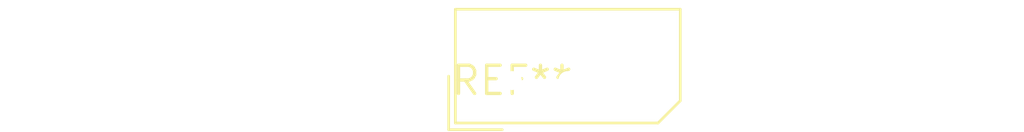
<source format=kicad_pcb>
(kicad_pcb (version 20240108) (generator pcbnew)
  (layers (0 "F.Cu" signal) (31 "B.Cu" signal) (34 "B.Paste" user) (35 "F.Paste" user) (36 "B.SilkS" user "B.Silkscreen") (37 "F.SilkS" user "F.Silkscreen") (38 "B.Mask" user) (39 "F.Mask" user) (44 "Edge.Cuts" user))
  (net 0 "")
  (footprint "Molex_SPOX_5267-03A_1x03_P2.50mm_Vertical" (layer "F.Cu") (at 0 0)
    (property "Reference" "REF**")
    (property "Value" "Molex_SPOX_5267-03A_1x03_P2.50mm_Vertical")
    (fp_line (start -2.86 -0.2) (end -2.86 2.21) (layer "F.SilkS") (stroke (width 0.12)))
    (fp_line (start -2.86 2.21) (end -0.45 2.21) (layer "F.SilkS") (stroke (width 0.12)))
    (fp_line (start -2.56 -3.21) (end -2.56 1.91) (layer "F.SilkS") (stroke (width 0.12)))
    (fp_line (start -2.56 1.91) (end 6.56 1.91) (layer "F.SilkS") (stroke (width 0.12)))
    (fp_line (start 6.56 1.91) (end 7.56 0.91) (layer "F.SilkS") (stroke (width 0.12)))
    (fp_line (start 7.56 -3.21) (end -2.56 -3.21) (layer "F.SilkS") (stroke (width 0.12)))
    (fp_line (start 7.56 0.91) (end 7.56 -3.21) (layer "F.SilkS") (stroke (width 0.12)))
    (pad "1" thru_hole roundrect (at 0 0) (size 1.7 1.85) (drill 0.85) (layers *.Cu *.Mask) (remove_unused_layers) (roundrect_rratio 0.147059))
    (pad "2" thru_hole oval (at 2.5 0) (size 1.7 1.85) (drill 0.85) (layers *.Cu *.Mask) (remove_unused_layers))
    (pad "3" thru_hole oval (at 5 0) (size 1.7 1.85) (drill 0.85) (layers *.Cu *.Mask) (remove_unused_layers))
  )
)
</source>
